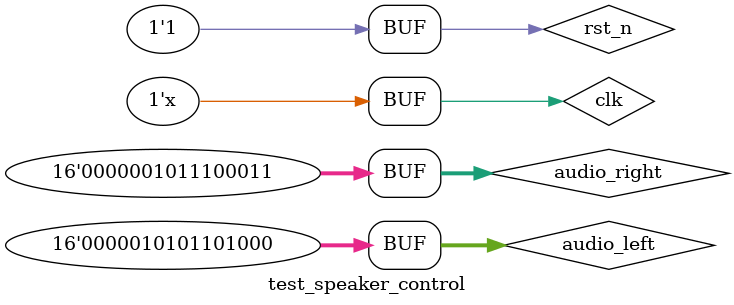
<source format=v>
`timescale 1ns / 1ps

`include "global.v"
module test_speaker_control;
reg clk, rst_n;
reg [15:0] audio_left, audio_right;
wire audio_mclk, audio_lrck, audio_sck, audio_sdin;

speaker_control U0(
    .clk(clk),
    .rst_n(rst_n),
    .audio_left(audio_left),
    .audio_right(audio_right),
    .audio_mclk(audio_mclk),
    .audio_lrck(audio_lrck),
    .audio_sck(audio_sck),
    .audio_sdin(audio_sdin)
);

initial
begin
    clk = 1;
    rst_n = 0;
    audio_left = 16'd843;
    audio_right = 16'd3847;
    #10 rst_n = 1;
    #10000
    audio_left = 16'd1384;
    audio_right = 16'd739;
end

always
    #5 clk = ~clk;
endmodule

</source>
